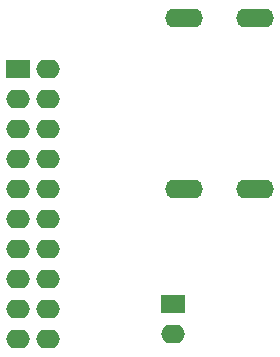
<source format=gbl>
G04*
G04 #@! TF.GenerationSoftware,Altium Limited,Altium Designer,23.3.1 (30)*
G04*
G04 Layer_Physical_Order=2*
G04 Layer_Color=16711680*
%FSLAX44Y44*%
%MOMM*%
G71*
G04*
G04 #@! TF.SameCoordinates,FC58110F-AFE2-48FC-888D-7BDC24F10527*
G04*
G04*
G04 #@! TF.FilePolarity,Positive*
G04*
G01*
G75*
%ADD20O,3.2000X1.6000*%
%ADD21R,2.0000X1.6000*%
%ADD22O,2.0000X1.6000*%
D20*
X185000Y185500D02*
D03*
Y330500D02*
D03*
X244600Y185500D02*
D03*
Y330500D02*
D03*
D21*
X175000Y87700D02*
D03*
D03*
X44600Y287000D02*
D03*
D22*
X175000Y62300D02*
D03*
D03*
X70000Y58400D02*
D03*
Y83800D02*
D03*
Y109200D02*
D03*
Y134600D02*
D03*
Y160000D02*
D03*
Y185400D02*
D03*
Y210800D02*
D03*
Y236200D02*
D03*
Y261600D02*
D03*
Y287000D02*
D03*
X44600Y58400D02*
D03*
Y83800D02*
D03*
Y109200D02*
D03*
Y134600D02*
D03*
Y160000D02*
D03*
Y185400D02*
D03*
Y210800D02*
D03*
Y236200D02*
D03*
Y261600D02*
D03*
M02*

</source>
